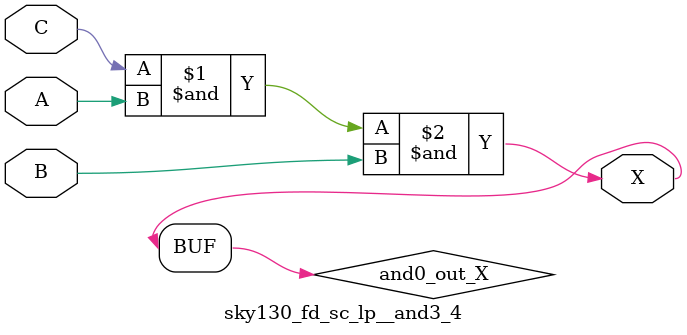
<source format=v>
/*
 * Copyright 2020 The SkyWater PDK Authors
 *
 * Licensed under the Apache License, Version 2.0 (the "License");
 * you may not use this file except in compliance with the License.
 * You may obtain a copy of the License at
 *
 *     https://www.apache.org/licenses/LICENSE-2.0
 *
 * Unless required by applicable law or agreed to in writing, software
 * distributed under the License is distributed on an "AS IS" BASIS,
 * WITHOUT WARRANTIES OR CONDITIONS OF ANY KIND, either express or implied.
 * See the License for the specific language governing permissions and
 * limitations under the License.
 *
 * SPDX-License-Identifier: Apache-2.0
*/


`ifndef SKY130_FD_SC_LP__AND3_4_FUNCTIONAL_V
`define SKY130_FD_SC_LP__AND3_4_FUNCTIONAL_V

/**
 * and3: 3-input AND.
 *
 * Verilog simulation functional model.
 */

`timescale 1ns / 1ps
`default_nettype none

`celldefine
module sky130_fd_sc_lp__and3_4 (
    X,
    A,
    B,
    C
);

    // Module ports
    output X;
    input  A;
    input  B;
    input  C;

    // Local signals
    wire and0_out_X;

    //  Name  Output      Other arguments
    and and0 (and0_out_X, C, A, B        );
    buf buf0 (X         , and0_out_X     );

endmodule
`endcelldefine

`default_nettype wire
`endif  // SKY130_FD_SC_LP__AND3_4_FUNCTIONAL_V

</source>
